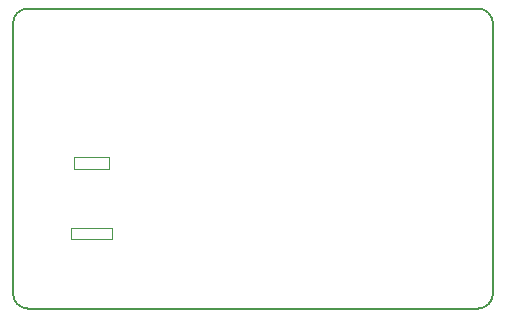
<source format=gbr>
G04 #@! TF.GenerationSoftware,KiCad,Pcbnew,(5.0.2)-1*
G04 #@! TF.CreationDate,2019-08-11T23:26:23-04:00*
G04 #@! TF.ProjectId,LTC3265,4c544333-3236-4352-9e6b-696361645f70,rev?*
G04 #@! TF.SameCoordinates,Original*
G04 #@! TF.FileFunction,Profile,NP*
%FSLAX46Y46*%
G04 Gerber Fmt 4.6, Leading zero omitted, Abs format (unit mm)*
G04 Created by KiCad (PCBNEW (5.0.2)-1) date 8/11/2019 11:26:23 PM*
%MOMM*%
%LPD*%
G01*
G04 APERTURE LIST*
%ADD10C,0.150000*%
G04 #@! TA.AperFunction,NonConductor*
%ADD11C,0.000100*%
G04 #@! TD*
G04 APERTURE END LIST*
D10*
X140970000Y-68580000D02*
X102870000Y-68580000D01*
X140970000Y-68580000D02*
G75*
G02X142240000Y-69850000I0J-1270000D01*
G01*
X142240000Y-92710000D02*
X142240000Y-69850000D01*
X142240000Y-92710000D02*
G75*
G02X140970000Y-93980000I-1270000J0D01*
G01*
X102870000Y-93980000D02*
X140970000Y-93980000D01*
X102870000Y-93980000D02*
G75*
G02X101600000Y-92710000I0J1270000D01*
G01*
X101600000Y-69850000D02*
X101600000Y-92710000D01*
X101600000Y-69850000D02*
G75*
G02X102870000Y-68580000I1270000J0D01*
G01*
D11*
G04 #@! TO.C,J1*
X106517500Y-87130000D02*
X110017500Y-87130000D01*
X109767500Y-82130000D02*
X106767500Y-82130000D01*
X110017500Y-88130000D02*
X106517500Y-88130000D01*
X106517500Y-88130000D02*
X106517500Y-87130000D01*
X106767500Y-82130000D02*
X106767500Y-81130000D01*
X106767500Y-81130000D02*
X109767500Y-81130000D01*
X109767500Y-81130000D02*
X109767500Y-82130000D01*
X110017500Y-87130000D02*
X110017500Y-88130000D01*
G04 #@! TD*
M02*

</source>
